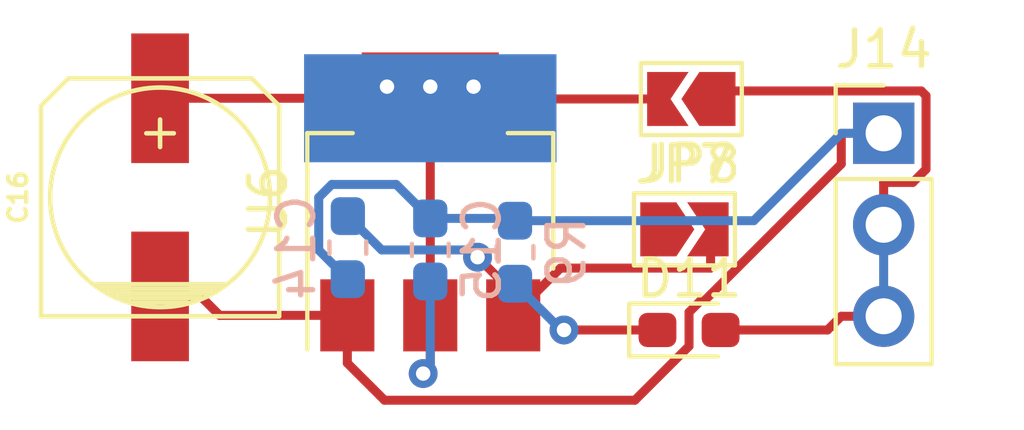
<source format=kicad_pcb>
(kicad_pcb (version 20171130) (host pcbnew 5.1.2-f72e74a~84~ubuntu18.04.1)

  (general
    (thickness 1.6)
    (drawings 0)
    (tracks 62)
    (zones 0)
    (modules 9)
    (nets 6)
  )

  (page A4)
  (layers
    (0 F.Cu signal)
    (31 B.Cu signal)
    (32 B.Adhes user)
    (33 F.Adhes user)
    (34 B.Paste user)
    (35 F.Paste user)
    (36 B.SilkS user)
    (37 F.SilkS user)
    (38 B.Mask user)
    (39 F.Mask user)
    (40 Dwgs.User user)
    (41 Cmts.User user)
    (42 Eco1.User user)
    (43 Eco2.User user)
    (44 Edge.Cuts user)
    (45 Margin user)
    (46 B.CrtYd user)
    (47 F.CrtYd user)
    (48 B.Fab user)
    (49 F.Fab user)
  )

  (setup
    (last_trace_width 0.25)
    (trace_clearance 0.2)
    (zone_clearance 0.508)
    (zone_45_only no)
    (trace_min 0.2)
    (via_size 0.8)
    (via_drill 0.4)
    (via_min_size 0.4)
    (via_min_drill 0.3)
    (uvia_size 0.3)
    (uvia_drill 0.1)
    (uvias_allowed no)
    (uvia_min_size 0.2)
    (uvia_min_drill 0.1)
    (edge_width 0.1)
    (segment_width 0.2)
    (pcb_text_width 0.3)
    (pcb_text_size 1.5 1.5)
    (mod_edge_width 0.15)
    (mod_text_size 1 1)
    (mod_text_width 0.15)
    (pad_size 1.524 1.524)
    (pad_drill 0.762)
    (pad_to_mask_clearance 0)
    (aux_axis_origin 0 0)
    (visible_elements FFFFFF7F)
    (pcbplotparams
      (layerselection 0x010fc_ffffffff)
      (usegerberextensions false)
      (usegerberattributes false)
      (usegerberadvancedattributes false)
      (creategerberjobfile false)
      (excludeedgelayer true)
      (linewidth 0.100000)
      (plotframeref false)
      (viasonmask false)
      (mode 1)
      (useauxorigin false)
      (hpglpennumber 1)
      (hpglpenspeed 20)
      (hpglpendiameter 15.000000)
      (psnegative false)
      (psa4output false)
      (plotreference true)
      (plotvalue true)
      (plotinvisibletext false)
      (padsonsilk false)
      (subtractmaskfromsilk false)
      (outputformat 1)
      (mirror false)
      (drillshape 1)
      (scaleselection 1)
      (outputdirectory ""))
  )

  (net 0 "")
  (net 1 GND)
  (net 2 "Net-(C14-Pad1)")
  (net 3 "Net-(C15-Pad1)")
  (net 4 Vc)
  (net 5 "Net-(D11-Pad1)")

  (net_class Default "This is the default net class."
    (clearance 0.2)
    (trace_width 0.25)
    (via_dia 0.8)
    (via_drill 0.4)
    (uvia_dia 0.3)
    (uvia_drill 0.1)
    (add_net GND)
    (add_net "Net-(C14-Pad1)")
    (add_net "Net-(C15-Pad1)")
    (add_net "Net-(D11-Pad1)")
    (add_net Vc)
  )

  (module footprint-lib:AMS1117_SOT-223 (layer F.Cu) (tedit 5CD3D584) (tstamp 5CEEA8A0)
    (at 22.6695 19.431 90)
    (descr "module CMS SOT223 4 pins")
    (tags "CMS SOT")
    (path /5C0AD747)
    (attr smd)
    (fp_text reference U6 (at 0 -4.5 90) (layer F.SilkS)
      (effects (font (size 1 1) (thickness 0.15)))
    )
    (fp_text value AMS1117-3.3 (at 0 4.5 90) (layer F.Fab)
      (effects (font (size 1 1) (thickness 0.15)))
    )
    (fp_line (start 1.85 -3.35) (end 1.85 3.35) (layer F.Fab) (width 0.1))
    (fp_line (start -1.85 3.35) (end 1.85 3.35) (layer F.Fab) (width 0.1))
    (fp_line (start -4.1 -3.41) (end 1.91 -3.41) (layer F.SilkS) (width 0.12))
    (fp_line (start -0.85 -3.35) (end 1.85 -3.35) (layer F.Fab) (width 0.1))
    (fp_line (start -1.85 3.41) (end 1.91 3.41) (layer F.SilkS) (width 0.12))
    (fp_line (start -1.85 -2.35) (end -1.85 3.35) (layer F.Fab) (width 0.1))
    (fp_line (start -1.85 -2.35) (end -0.85 -3.35) (layer F.Fab) (width 0.1))
    (fp_line (start -4.4 -3.6) (end -4.4 3.6) (layer F.CrtYd) (width 0.05))
    (fp_line (start -4.4 3.6) (end 4.4 3.6) (layer F.CrtYd) (width 0.05))
    (fp_line (start 4.4 3.6) (end 4.4 -3.6) (layer F.CrtYd) (width 0.05))
    (fp_line (start 4.4 -3.6) (end -4.4 -3.6) (layer F.CrtYd) (width 0.05))
    (fp_line (start 1.91 -3.41) (end 1.91 -2.15) (layer F.SilkS) (width 0.12))
    (fp_line (start 1.91 3.41) (end 1.91 2.15) (layer F.SilkS) (width 0.12))
    (fp_text user %R (at 0 0) (layer F.Fab)
      (effects (font (size 0.8 0.8) (thickness 0.12)))
    )
    (pad 2 thru_hole circle (at 3.2 1.2 90) (size 1 1) (drill 0.4) (layers *.Cu)
      (net 3 "Net-(C15-Pad1)"))
    (pad 2 thru_hole circle (at 3.2 -1.2 90) (size 1 1) (drill 0.4) (layers *.Cu)
      (net 3 "Net-(C15-Pad1)"))
    (pad 4 smd rect (at 2.6 0 90) (size 3 7) (layers B.Cu))
    (pad 2 thru_hole circle (at 3.2 0 90) (size 1 1) (drill 0.4) (layers *.Cu)
      (net 3 "Net-(C15-Pad1)"))
    (pad 1 smd rect (at -3.15 -2.3 90) (size 2 1.5) (layers F.Cu F.Paste F.Mask)
      (net 1 GND))
    (pad 3 smd rect (at -3.15 2.3 90) (size 2 1.5) (layers F.Cu F.Paste F.Mask)
      (net 2 "Net-(C14-Pad1)"))
    (pad 2 smd rect (at -3.15 0 90) (size 2 1.5) (layers F.Cu F.Paste F.Mask)
      (net 3 "Net-(C15-Pad1)"))
    (pad 2 smd rect (at 3.15 0 90) (size 2 3.8) (layers F.Cu F.Paste F.Mask)
      (net 3 "Net-(C15-Pad1)"))
    (model ${KISYS3DMOD}/Package_TO_SOT_SMD.3dshapes/SOT-223.wrl
      (at (xyz 0 0 0))
      (scale (xyz 1 1 1))
      (rotate (xyz 0 0 0))
    )
  )

  (module Resistor_SMD:R_0603_1608Metric_Pad1.05x0.95mm_HandSolder (layer B.Cu) (tedit 5B301BBD) (tstamp 5CEEA88A)
    (at 25.019 20.828 90)
    (descr "Resistor SMD 0603 (1608 Metric), square (rectangular) end terminal, IPC_7351 nominal with elongated pad for handsoldering. (Body size source: http://www.tortai-tech.com/upload/download/2011102023233369053.pdf), generated with kicad-footprint-generator")
    (tags "resistor handsolder")
    (path /5CF5301C)
    (attr smd)
    (fp_text reference R9 (at 0 1.43 90) (layer B.SilkS)
      (effects (font (size 1 1) (thickness 0.15)) (justify mirror))
    )
    (fp_text value R102,0603 (at 0 -1.43 90) (layer B.Fab)
      (effects (font (size 1 1) (thickness 0.15)) (justify mirror))
    )
    (fp_text user %R (at 0 0 90) (layer B.Fab)
      (effects (font (size 0.4 0.4) (thickness 0.06)) (justify mirror))
    )
    (fp_line (start 1.65 -0.73) (end -1.65 -0.73) (layer B.CrtYd) (width 0.05))
    (fp_line (start 1.65 0.73) (end 1.65 -0.73) (layer B.CrtYd) (width 0.05))
    (fp_line (start -1.65 0.73) (end 1.65 0.73) (layer B.CrtYd) (width 0.05))
    (fp_line (start -1.65 -0.73) (end -1.65 0.73) (layer B.CrtYd) (width 0.05))
    (fp_line (start -0.171267 -0.51) (end 0.171267 -0.51) (layer B.SilkS) (width 0.12))
    (fp_line (start -0.171267 0.51) (end 0.171267 0.51) (layer B.SilkS) (width 0.12))
    (fp_line (start 0.8 -0.4) (end -0.8 -0.4) (layer B.Fab) (width 0.1))
    (fp_line (start 0.8 0.4) (end 0.8 -0.4) (layer B.Fab) (width 0.1))
    (fp_line (start -0.8 0.4) (end 0.8 0.4) (layer B.Fab) (width 0.1))
    (fp_line (start -0.8 -0.4) (end -0.8 0.4) (layer B.Fab) (width 0.1))
    (pad 2 smd roundrect (at 0.875 0 90) (size 1.05 0.95) (layers B.Cu B.Paste B.Mask) (roundrect_rratio 0.25)
      (net 1 GND))
    (pad 1 smd roundrect (at -0.875 0 90) (size 1.05 0.95) (layers B.Cu B.Paste B.Mask) (roundrect_rratio 0.25)
      (net 5 "Net-(D11-Pad1)"))
    (model ${KISYS3DMOD}/Resistor_SMD.3dshapes/R_0603_1608Metric.wrl
      (at (xyz 0 0 0))
      (scale (xyz 1 1 1))
      (rotate (xyz 0 0 0))
    )
  )

  (module Jumper:SolderJumper-2_P1.3mm_Open_TrianglePad1.0x1.5mm (layer F.Cu) (tedit 5A64794F) (tstamp 5CEEA879)
    (at 29.9085 16.5735 180)
    (descr "SMD Solder Jumper, 1x1.5mm Triangular Pads, 0.3mm gap, open")
    (tags "solder jumper open")
    (path /5CF53029)
    (attr virtual)
    (fp_text reference JP8 (at 0 -1.8) (layer F.SilkS)
      (effects (font (size 1 1) (thickness 0.15)))
    )
    (fp_text value PWR_OUT (at 0 1.9) (layer F.Fab)
      (effects (font (size 1 1) (thickness 0.15)))
    )
    (fp_line (start 1.65 1.25) (end -1.65 1.25) (layer F.CrtYd) (width 0.05))
    (fp_line (start 1.65 1.25) (end 1.65 -1.25) (layer F.CrtYd) (width 0.05))
    (fp_line (start -1.65 -1.25) (end -1.65 1.25) (layer F.CrtYd) (width 0.05))
    (fp_line (start -1.65 -1.25) (end 1.65 -1.25) (layer F.CrtYd) (width 0.05))
    (fp_line (start -1.4 -1) (end 1.4 -1) (layer F.SilkS) (width 0.12))
    (fp_line (start 1.4 -1) (end 1.4 1) (layer F.SilkS) (width 0.12))
    (fp_line (start 1.4 1) (end -1.4 1) (layer F.SilkS) (width 0.12))
    (fp_line (start -1.4 1) (end -1.4 -1) (layer F.SilkS) (width 0.12))
    (pad 1 smd custom (at -0.725 0 180) (size 0.3 0.3) (layers F.Cu F.Mask)
      (net 4 Vc) (zone_connect 2)
      (options (clearance outline) (anchor rect))
      (primitives
        (gr_poly (pts
           (xy -0.5 -0.75) (xy 0.5 -0.75) (xy 1 0) (xy 0.5 0.75) (xy -0.5 0.75)
) (width 0))
      ))
    (pad 2 smd custom (at 0.725 0 180) (size 0.3 0.3) (layers F.Cu F.Mask)
      (net 3 "Net-(C15-Pad1)") (zone_connect 2)
      (options (clearance outline) (anchor rect))
      (primitives
        (gr_poly (pts
           (xy -0.65 -0.75) (xy 0.5 -0.75) (xy 0.5 0.75) (xy -0.65 0.75) (xy -0.15 0)
) (width 0))
      ))
  )

  (module Jumper:SolderJumper-2_P1.3mm_Open_TrianglePad1.0x1.5mm (layer F.Cu) (tedit 5A64794F) (tstamp 5CEEA86B)
    (at 29.718 20.193)
    (descr "SMD Solder Jumper, 1x1.5mm Triangular Pads, 0.3mm gap, open")
    (tags "solder jumper open")
    (path /5CF53027)
    (attr virtual)
    (fp_text reference JP7 (at 0 -1.8) (layer F.SilkS)
      (effects (font (size 1 1) (thickness 0.15)))
    )
    (fp_text value PWR_SRC (at 0 1.9) (layer F.Fab)
      (effects (font (size 1 1) (thickness 0.15)))
    )
    (fp_line (start 1.65 1.25) (end -1.65 1.25) (layer F.CrtYd) (width 0.05))
    (fp_line (start 1.65 1.25) (end 1.65 -1.25) (layer F.CrtYd) (width 0.05))
    (fp_line (start -1.65 -1.25) (end -1.65 1.25) (layer F.CrtYd) (width 0.05))
    (fp_line (start -1.65 -1.25) (end 1.65 -1.25) (layer F.CrtYd) (width 0.05))
    (fp_line (start -1.4 -1) (end 1.4 -1) (layer F.SilkS) (width 0.12))
    (fp_line (start 1.4 -1) (end 1.4 1) (layer F.SilkS) (width 0.12))
    (fp_line (start 1.4 1) (end -1.4 1) (layer F.SilkS) (width 0.12))
    (fp_line (start -1.4 1) (end -1.4 -1) (layer F.SilkS) (width 0.12))
    (pad 1 smd custom (at -0.725 0) (size 0.3 0.3) (layers F.Cu F.Mask)
      (zone_connect 2)
      (options (clearance outline) (anchor rect))
      (primitives
        (gr_poly (pts
           (xy -0.5 -0.75) (xy 0.5 -0.75) (xy 1 0) (xy 0.5 0.75) (xy -0.5 0.75)
) (width 0))
      ))
    (pad 2 smd custom (at 0.725 0) (size 0.3 0.3) (layers F.Cu F.Mask)
      (net 2 "Net-(C14-Pad1)") (zone_connect 2)
      (options (clearance outline) (anchor rect))
      (primitives
        (gr_poly (pts
           (xy -0.65 -0.75) (xy 0.5 -0.75) (xy 0.5 0.75) (xy -0.65 0.75) (xy -0.15 0)
) (width 0))
      ))
  )

  (module Connector_PinHeader_2.54mm:PinHeader_1x03_P2.54mm_Vertical (layer F.Cu) (tedit 59FED5CC) (tstamp 5CEEA85D)
    (at 35.2425 17.526)
    (descr "Through hole straight pin header, 1x03, 2.54mm pitch, single row")
    (tags "Through hole pin header THT 1x03 2.54mm single row")
    (path /5CF53010)
    (fp_text reference J14 (at 0 -2.33) (layer F.SilkS)
      (effects (font (size 1 1) (thickness 0.15)))
    )
    (fp_text value Va_header (at 0 7.41) (layer F.Fab)
      (effects (font (size 1 1) (thickness 0.15)))
    )
    (fp_text user %R (at 0 2.54 90) (layer F.Fab)
      (effects (font (size 1 1) (thickness 0.15)))
    )
    (fp_line (start 1.8 -1.8) (end -1.8 -1.8) (layer F.CrtYd) (width 0.05))
    (fp_line (start 1.8 6.85) (end 1.8 -1.8) (layer F.CrtYd) (width 0.05))
    (fp_line (start -1.8 6.85) (end 1.8 6.85) (layer F.CrtYd) (width 0.05))
    (fp_line (start -1.8 -1.8) (end -1.8 6.85) (layer F.CrtYd) (width 0.05))
    (fp_line (start -1.33 -1.33) (end 0 -1.33) (layer F.SilkS) (width 0.12))
    (fp_line (start -1.33 0) (end -1.33 -1.33) (layer F.SilkS) (width 0.12))
    (fp_line (start -1.33 1.27) (end 1.33 1.27) (layer F.SilkS) (width 0.12))
    (fp_line (start 1.33 1.27) (end 1.33 6.41) (layer F.SilkS) (width 0.12))
    (fp_line (start -1.33 1.27) (end -1.33 6.41) (layer F.SilkS) (width 0.12))
    (fp_line (start -1.33 6.41) (end 1.33 6.41) (layer F.SilkS) (width 0.12))
    (fp_line (start -1.27 -0.635) (end -0.635 -1.27) (layer F.Fab) (width 0.1))
    (fp_line (start -1.27 6.35) (end -1.27 -0.635) (layer F.Fab) (width 0.1))
    (fp_line (start 1.27 6.35) (end -1.27 6.35) (layer F.Fab) (width 0.1))
    (fp_line (start 1.27 -1.27) (end 1.27 6.35) (layer F.Fab) (width 0.1))
    (fp_line (start -0.635 -1.27) (end 1.27 -1.27) (layer F.Fab) (width 0.1))
    (pad 3 thru_hole oval (at 0 5.08) (size 1.7 1.7) (drill 1) (layers *.Cu *.Mask)
      (net 4 Vc))
    (pad 2 thru_hole oval (at 0 2.54) (size 1.7 1.7) (drill 1) (layers *.Cu *.Mask)
      (net 4 Vc))
    (pad 1 thru_hole rect (at 0 0) (size 1.7 1.7) (drill 1) (layers *.Cu *.Mask)
      (net 1 GND))
    (model ${KISYS3DMOD}/Connector_PinHeader_2.54mm.3dshapes/PinHeader_1x03_P2.54mm_Vertical.wrl
      (at (xyz 0 0 0))
      (scale (xyz 1 1 1))
      (rotate (xyz 0 0 0))
    )
  )

  (module LED_SMD:LED_0603_1608Metric_Pad1.05x0.95mm_HandSolder (layer F.Cu) (tedit 5B4B45C9) (tstamp 5CEEA846)
    (at 29.845 22.987)
    (descr "LED SMD 0603 (1608 Metric), square (rectangular) end terminal, IPC_7351 nominal, (Body size source: http://www.tortai-tech.com/upload/download/2011102023233369053.pdf), generated with kicad-footprint-generator")
    (tags "LED handsolder")
    (path /5C0D46AA)
    (attr smd)
    (fp_text reference D11 (at 0 -1.43) (layer F.SilkS)
      (effects (font (size 1 1) (thickness 0.15)))
    )
    (fp_text value LED_GREEN,0603 (at 0 1.43) (layer F.Fab)
      (effects (font (size 1 1) (thickness 0.15)))
    )
    (fp_text user %R (at 0 0) (layer F.Fab)
      (effects (font (size 0.4 0.4) (thickness 0.06)))
    )
    (fp_line (start 1.65 0.73) (end -1.65 0.73) (layer F.CrtYd) (width 0.05))
    (fp_line (start 1.65 -0.73) (end 1.65 0.73) (layer F.CrtYd) (width 0.05))
    (fp_line (start -1.65 -0.73) (end 1.65 -0.73) (layer F.CrtYd) (width 0.05))
    (fp_line (start -1.65 0.73) (end -1.65 -0.73) (layer F.CrtYd) (width 0.05))
    (fp_line (start -1.66 0.735) (end 0.8 0.735) (layer F.SilkS) (width 0.12))
    (fp_line (start -1.66 -0.735) (end -1.66 0.735) (layer F.SilkS) (width 0.12))
    (fp_line (start 0.8 -0.735) (end -1.66 -0.735) (layer F.SilkS) (width 0.12))
    (fp_line (start 0.8 0.4) (end 0.8 -0.4) (layer F.Fab) (width 0.1))
    (fp_line (start -0.8 0.4) (end 0.8 0.4) (layer F.Fab) (width 0.1))
    (fp_line (start -0.8 -0.1) (end -0.8 0.4) (layer F.Fab) (width 0.1))
    (fp_line (start -0.5 -0.4) (end -0.8 -0.1) (layer F.Fab) (width 0.1))
    (fp_line (start 0.8 -0.4) (end -0.5 -0.4) (layer F.Fab) (width 0.1))
    (pad 2 smd roundrect (at 0.875 0) (size 1.05 0.95) (layers F.Cu F.Paste F.Mask) (roundrect_rratio 0.25)
      (net 4 Vc))
    (pad 1 smd roundrect (at -0.875 0) (size 1.05 0.95) (layers F.Cu F.Paste F.Mask) (roundrect_rratio 0.25)
      (net 5 "Net-(D11-Pad1)"))
    (model ${KISYS3DMOD}/LED_SMD.3dshapes/LED_0603_1608Metric.wrl
      (at (xyz 0 0 0))
      (scale (xyz 1 1 1))
      (rotate (xyz 0 0 0))
    )
  )

  (module w_smd_cap:c_elec_6.3x7.7 (layer F.Cu) (tedit 0) (tstamp 5CEEA833)
    (at 15.1765 19.304 90)
    (descr "SMT capacitor, aluminium electrolytic, 6.3x7.7")
    (path /5CF5300D)
    (fp_text reference C16 (at 0 -3.937 90) (layer F.SilkS)
      (effects (font (size 0.50038 0.50038) (thickness 0.11938)))
    )
    (fp_text value CP47uf,50V (at 0 3.81 90) (layer F.SilkS) hide
      (effects (font (size 0.50038 0.50038) (thickness 0.11938)))
    )
    (fp_line (start 1.778 -0.381) (end 1.778 0.381) (layer F.SilkS) (width 0.127))
    (fp_line (start 2.159 0) (end 1.397 0) (layer F.SilkS) (width 0.127))
    (fp_line (start 2.54 -3.302) (end -3.302 -3.302) (layer F.SilkS) (width 0.127))
    (fp_line (start 3.302 -2.54) (end 2.54 -3.302) (layer F.SilkS) (width 0.127))
    (fp_line (start 3.302 2.54) (end 3.302 -2.54) (layer F.SilkS) (width 0.127))
    (fp_line (start 2.54 3.302) (end 3.302 2.54) (layer F.SilkS) (width 0.127))
    (fp_line (start -3.302 3.302) (end 2.54 3.302) (layer F.SilkS) (width 0.127))
    (fp_line (start -3.302 -3.302) (end -3.302 3.302) (layer F.SilkS) (width 0.127))
    (fp_circle (center 0 0) (end -3.048 0) (layer F.SilkS) (width 0.127))
    (fp_line (start -2.413 -1.778) (end -2.413 1.778) (layer F.SilkS) (width 0.127))
    (fp_line (start -2.54 1.651) (end -2.54 -1.651) (layer F.SilkS) (width 0.127))
    (fp_line (start -2.667 -1.397) (end -2.667 1.397) (layer F.SilkS) (width 0.127))
    (fp_line (start -2.794 1.143) (end -2.794 -1.143) (layer F.SilkS) (width 0.127))
    (fp_line (start -2.921 -0.762) (end -2.921 0.762) (layer F.SilkS) (width 0.127))
    (pad 2 smd rect (at -2.75082 0 90) (size 3.59918 1.6002) (layers F.Cu F.Paste F.Mask)
      (net 1 GND))
    (pad 1 smd rect (at 2.75082 0 90) (size 3.59918 1.6002) (layers F.Cu F.Paste F.Mask)
      (net 3 "Net-(C15-Pad1)"))
    (model ${HOME}/_workspace/kicad/kicad_library/smisioto-footprints/modules/packages3d/walter/smd_cap/c_elec_6_3x7_7.wrl
      (at (xyz 0 0 0))
      (scale (xyz 1 1 1))
      (rotate (xyz 0 0 0))
    )
  )

  (module Capacitor_SMD:C_0603_1608Metric_Pad1.05x0.95mm_HandSolder (layer B.Cu) (tedit 5B301BBE) (tstamp 5CEEA81F)
    (at 22.6695 20.7645 90)
    (descr "Capacitor SMD 0603 (1608 Metric), square (rectangular) end terminal, IPC_7351 nominal with elongated pad for handsoldering. (Body size source: http://www.tortai-tech.com/upload/download/2011102023233369053.pdf), generated with kicad-footprint-generator")
    (tags "capacitor handsolder")
    (path /5CF53023)
    (attr smd)
    (fp_text reference C15 (at 0 1.43 90) (layer B.SilkS)
      (effects (font (size 1 1) (thickness 0.15)) (justify mirror))
    )
    (fp_text value C104,0603 (at 0 -1.43 90) (layer B.Fab)
      (effects (font (size 1 1) (thickness 0.15)) (justify mirror))
    )
    (fp_text user %R (at 0 0 90) (layer B.Fab)
      (effects (font (size 0.4 0.4) (thickness 0.06)) (justify mirror))
    )
    (fp_line (start 1.65 -0.73) (end -1.65 -0.73) (layer B.CrtYd) (width 0.05))
    (fp_line (start 1.65 0.73) (end 1.65 -0.73) (layer B.CrtYd) (width 0.05))
    (fp_line (start -1.65 0.73) (end 1.65 0.73) (layer B.CrtYd) (width 0.05))
    (fp_line (start -1.65 -0.73) (end -1.65 0.73) (layer B.CrtYd) (width 0.05))
    (fp_line (start -0.171267 -0.51) (end 0.171267 -0.51) (layer B.SilkS) (width 0.12))
    (fp_line (start -0.171267 0.51) (end 0.171267 0.51) (layer B.SilkS) (width 0.12))
    (fp_line (start 0.8 -0.4) (end -0.8 -0.4) (layer B.Fab) (width 0.1))
    (fp_line (start 0.8 0.4) (end 0.8 -0.4) (layer B.Fab) (width 0.1))
    (fp_line (start -0.8 0.4) (end 0.8 0.4) (layer B.Fab) (width 0.1))
    (fp_line (start -0.8 -0.4) (end -0.8 0.4) (layer B.Fab) (width 0.1))
    (pad 2 smd roundrect (at 0.875 0 90) (size 1.05 0.95) (layers B.Cu B.Paste B.Mask) (roundrect_rratio 0.25)
      (net 1 GND))
    (pad 1 smd roundrect (at -0.875 0 90) (size 1.05 0.95) (layers B.Cu B.Paste B.Mask) (roundrect_rratio 0.25)
      (net 3 "Net-(C15-Pad1)"))
    (model ${KISYS3DMOD}/Capacitor_SMD.3dshapes/C_0603_1608Metric.wrl
      (at (xyz 0 0 0))
      (scale (xyz 1 1 1))
      (rotate (xyz 0 0 0))
    )
  )

  (module Capacitor_SMD:C_0603_1608Metric_Pad1.05x0.95mm_HandSolder (layer B.Cu) (tedit 5B301BBE) (tstamp 5CEEA80E)
    (at 20.3835 20.701 270)
    (descr "Capacitor SMD 0603 (1608 Metric), square (rectangular) end terminal, IPC_7351 nominal with elongated pad for handsoldering. (Body size source: http://www.tortai-tech.com/upload/download/2011102023233369053.pdf), generated with kicad-footprint-generator")
    (tags "capacitor handsolder")
    (path /5C0AD74D)
    (attr smd)
    (fp_text reference C14 (at 0 1.43 270) (layer B.SilkS)
      (effects (font (size 1 1) (thickness 0.15)) (justify mirror))
    )
    (fp_text value C104,0603 (at 0 -1.43 270) (layer B.Fab)
      (effects (font (size 1 1) (thickness 0.15)) (justify mirror))
    )
    (fp_text user %R (at 0 0 270) (layer B.Fab)
      (effects (font (size 0.4 0.4) (thickness 0.06)) (justify mirror))
    )
    (fp_line (start 1.65 -0.73) (end -1.65 -0.73) (layer B.CrtYd) (width 0.05))
    (fp_line (start 1.65 0.73) (end 1.65 -0.73) (layer B.CrtYd) (width 0.05))
    (fp_line (start -1.65 0.73) (end 1.65 0.73) (layer B.CrtYd) (width 0.05))
    (fp_line (start -1.65 -0.73) (end -1.65 0.73) (layer B.CrtYd) (width 0.05))
    (fp_line (start -0.171267 -0.51) (end 0.171267 -0.51) (layer B.SilkS) (width 0.12))
    (fp_line (start -0.171267 0.51) (end 0.171267 0.51) (layer B.SilkS) (width 0.12))
    (fp_line (start 0.8 -0.4) (end -0.8 -0.4) (layer B.Fab) (width 0.1))
    (fp_line (start 0.8 0.4) (end 0.8 -0.4) (layer B.Fab) (width 0.1))
    (fp_line (start -0.8 0.4) (end 0.8 0.4) (layer B.Fab) (width 0.1))
    (fp_line (start -0.8 -0.4) (end -0.8 0.4) (layer B.Fab) (width 0.1))
    (pad 2 smd roundrect (at 0.875 0 270) (size 1.05 0.95) (layers B.Cu B.Paste B.Mask) (roundrect_rratio 0.25)
      (net 1 GND))
    (pad 1 smd roundrect (at -0.875 0 270) (size 1.05 0.95) (layers B.Cu B.Paste B.Mask) (roundrect_rratio 0.25)
      (net 2 "Net-(C14-Pad1)"))
    (model ${KISYS3DMOD}/Capacitor_SMD.3dshapes/C_0603_1608Metric.wrl
      (at (xyz 0 0 0))
      (scale (xyz 1 1 1))
      (rotate (xyz 0 0 0))
    )
  )

  (segment (start 22.6695 19.8895) (end 24.9555 19.8895) (width 0.25) (layer B.Cu) (net 1))
  (segment (start 24.9555 19.8895) (end 25.019 19.953) (width 0.25) (layer B.Cu) (net 1))
  (segment (start 20.3835 21.576) (end 19.576 20.7685) (width 0.25) (layer B.Cu) (net 1))
  (segment (start 19.576 20.7685) (end 19.576 19.3076) (width 0.25) (layer B.Cu) (net 1))
  (segment (start 19.576 19.3076) (end 19.9367 18.9469) (width 0.25) (layer B.Cu) (net 1))
  (segment (start 19.9367 18.9469) (end 21.7269 18.9469) (width 0.25) (layer B.Cu) (net 1))
  (segment (start 21.7269 18.9469) (end 22.6695 19.8895) (width 0.25) (layer B.Cu) (net 1))
  (segment (start 35.2425 17.526) (end 34.0672 17.526) (width 0.25) (layer B.Cu) (net 1))
  (segment (start 34.0672 17.526) (end 31.6402 19.953) (width 0.25) (layer B.Cu) (net 1))
  (segment (start 31.6402 19.953) (end 25.019 19.953) (width 0.25) (layer B.Cu) (net 1))
  (segment (start 15.1765 22.0548) (end 16.3019 22.0548) (width 0.25) (layer F.Cu) (net 1))
  (segment (start 16.3019 22.0548) (end 16.8281 22.581) (width 0.25) (layer F.Cu) (net 1))
  (segment (start 16.8281 22.581) (end 20.3695 22.581) (width 0.25) (layer F.Cu) (net 1))
  (segment (start 20.3695 22.581) (end 20.3695 23.9063) (width 0.25) (layer F.Cu) (net 1))
  (segment (start 20.3695 23.9063) (end 21.4006 24.9374) (width 0.25) (layer F.Cu) (net 1))
  (segment (start 21.4006 24.9374) (end 28.3433 24.9374) (width 0.25) (layer F.Cu) (net 1))
  (segment (start 28.3433 24.9374) (end 29.845 23.4357) (width 0.25) (layer F.Cu) (net 1))
  (segment (start 29.845 23.4357) (end 29.845 22.4943) (width 0.25) (layer F.Cu) (net 1))
  (segment (start 29.845 22.4943) (end 30.1536 22.1857) (width 0.25) (layer F.Cu) (net 1))
  (segment (start 30.1536 22.1857) (end 30.2609 22.1857) (width 0.25) (layer F.Cu) (net 1))
  (segment (start 30.2609 22.1857) (end 34.0672 18.3794) (width 0.25) (layer F.Cu) (net 1))
  (segment (start 34.0672 18.3794) (end 34.0672 17.526) (width 0.25) (layer F.Cu) (net 1))
  (segment (start 35.2425 17.526) (end 34.0672 17.526) (width 0.25) (layer F.Cu) (net 1))
  (segment (start 25.2827 22.2678) (end 23.9807 20.9659) (width 0.25) (layer F.Cu) (net 2))
  (segment (start 20.3835 19.826) (end 21.322 20.7645) (width 0.25) (layer B.Cu) (net 2))
  (segment (start 21.322 20.7645) (end 23.7793 20.7645) (width 0.25) (layer B.Cu) (net 2))
  (segment (start 23.7793 20.7645) (end 23.9807 20.9659) (width 0.25) (layer B.Cu) (net 2))
  (segment (start 25.2827 22.2678) (end 24.9695 22.581) (width 0.25) (layer F.Cu) (net 2))
  (segment (start 30.443 21.2683) (end 26.2822 21.2683) (width 0.25) (layer F.Cu) (net 2))
  (segment (start 26.2822 21.2683) (end 25.2827 22.2678) (width 0.25) (layer F.Cu) (net 2))
  (segment (start 30.443 20.193) (end 30.443 21.2683) (width 0.25) (layer F.Cu) (net 2))
  (via (at 23.9807 20.9659) (size 0.8) (layers F.Cu B.Cu) (net 2))
  (segment (start 22.6695 22.581) (end 22.6695 23.9063) (width 0.25) (layer F.Cu) (net 3))
  (segment (start 22.6695 23.9063) (end 22.4726 24.1032) (width 0.25) (layer F.Cu) (net 3))
  (segment (start 22.4726 24.1032) (end 22.4726 24.1967) (width 0.25) (layer F.Cu) (net 3))
  (segment (start 24.212 16.5735) (end 22.6695 18.116) (width 0.25) (layer F.Cu) (net 3))
  (segment (start 22.6695 18.116) (end 22.6695 22.581) (width 0.25) (layer F.Cu) (net 3))
  (segment (start 22.4726 24.1967) (end 22.6695 23.9998) (width 0.25) (layer B.Cu) (net 3))
  (segment (start 22.6695 23.9998) (end 22.6695 21.6395) (width 0.25) (layer B.Cu) (net 3))
  (segment (start 24.212 16.5735) (end 23.8695 16.231) (width 0.25) (layer F.Cu) (net 3))
  (segment (start 29.1835 16.5735) (end 24.212 16.5735) (width 0.25) (layer F.Cu) (net 3))
  (segment (start 22.6695 16.231) (end 23.8695 16.231) (width 0.25) (layer F.Cu) (net 3))
  (segment (start 21.4695 16.231) (end 22.6695 16.231) (width 0.25) (layer F.Cu) (net 3))
  (segment (start 22.6695 16.281) (end 22.6695 16.231) (width 0.25) (layer F.Cu) (net 3))
  (segment (start 15.1765 16.5532) (end 21.1473 16.5532) (width 0.25) (layer F.Cu) (net 3))
  (segment (start 21.1473 16.5532) (end 21.4695 16.231) (width 0.25) (layer F.Cu) (net 3))
  (via (at 22.4726 24.1967) (size 0.8) (layers F.Cu B.Cu) (net 3))
  (segment (start 35.2425 20.066) (end 35.2425 18.8907) (width 0.25) (layer F.Cu) (net 4))
  (segment (start 35.2425 18.8907) (end 36.0505 18.8907) (width 0.25) (layer F.Cu) (net 4))
  (segment (start 36.0505 18.8907) (end 36.4179 18.5233) (width 0.25) (layer F.Cu) (net 4))
  (segment (start 36.4179 18.5233) (end 36.4179 16.4834) (width 0.25) (layer F.Cu) (net 4))
  (segment (start 36.4179 16.4834) (end 36.2851 16.3506) (width 0.25) (layer F.Cu) (net 4))
  (segment (start 36.2851 16.3506) (end 30.8564 16.3506) (width 0.25) (layer F.Cu) (net 4))
  (segment (start 30.8564 16.3506) (end 30.6335 16.5735) (width 0.25) (layer F.Cu) (net 4))
  (segment (start 35.2425 20.066) (end 35.2425 22.606) (width 0.25) (layer B.Cu) (net 4))
  (segment (start 35.2425 22.606) (end 34.0672 22.606) (width 0.25) (layer F.Cu) (net 4))
  (segment (start 30.72 22.987) (end 33.6862 22.987) (width 0.25) (layer F.Cu) (net 4))
  (segment (start 33.6862 22.987) (end 34.0672 22.606) (width 0.25) (layer F.Cu) (net 4))
  (segment (start 28.97 22.987) (end 26.3781 22.987) (width 0.25) (layer F.Cu) (net 5))
  (segment (start 25.019 21.703) (end 26.303 22.987) (width 0.25) (layer B.Cu) (net 5))
  (segment (start 26.303 22.987) (end 26.3781 22.987) (width 0.25) (layer B.Cu) (net 5))
  (via (at 26.3781 22.987) (size 0.8) (layers F.Cu B.Cu) (net 5))

)

</source>
